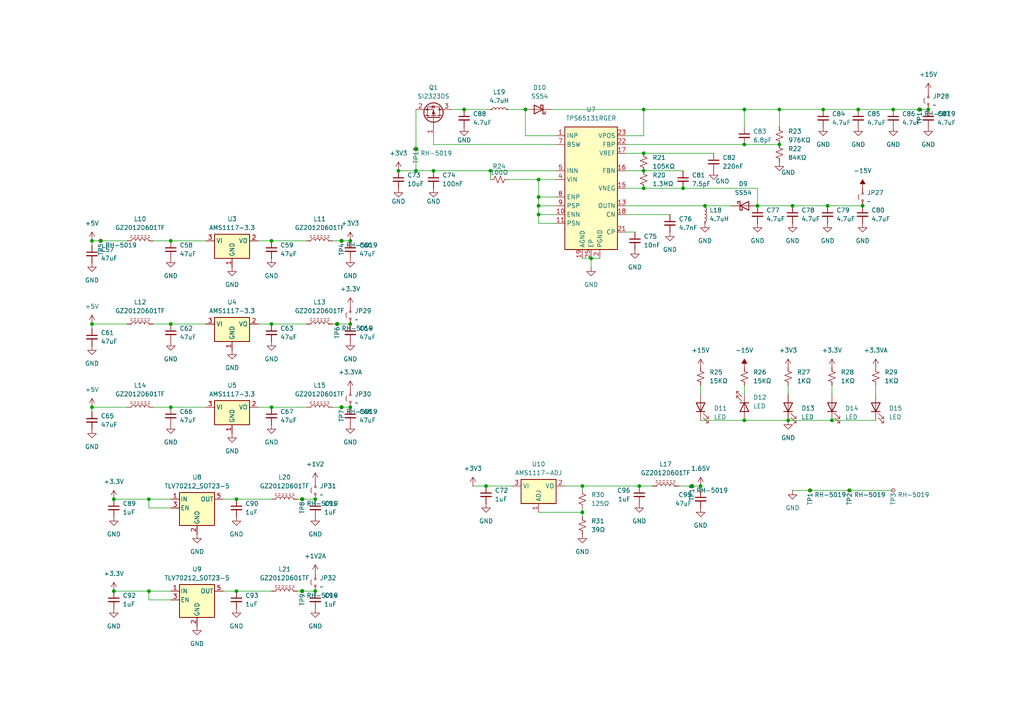
<source format=kicad_sch>
(kicad_sch (version 20231120) (generator "eeschema") (generator_version "8.0")
  (paper "A4")
  (junction (at 101.6 118.11))
  (junction (at 125.73 49.53))
  (junction (at 91.44 171.45))
  (junction (at 26.67 118.11))
  (junction (at 168.91 140.97))
  (junction (at 156.21 59.69))
  (junction (at 49.53 93.98))
  (junction (at 87.63 144.78))
  (junction (at 156.21 57.15))
  (junction (at 26.67 93.98))
  (junction (at 78.74 69.85))
  (junction (at 91.44 144.78))
  (junction (at 78.74 93.98))
  (junction (at 248.92 31.75))
  (junction (at 198.12 54.61))
  (junction (at 97.79 93.98))
  (junction (at 156.21 52.07))
  (junction (at 140.97 140.97))
  (junction (at 186.69 44.45))
  (junction (at 29.21 69.85))
  (junction (at 134.62 31.75))
  (junction (at 185.42 140.97))
  (junction (at 240.03 59.69))
  (junction (at 49.53 118.11))
  (junction (at 215.9 31.75))
  (junction (at 204.47 59.69))
  (junction (at 200.66 140.97))
  (junction (at 168.91 148.59))
  (junction (at 238.76 31.75))
  (junction (at 87.63 171.45))
  (junction (at 266.7 31.75))
  (junction (at 246.38 142.24))
  (junction (at 171.45 74.93))
  (junction (at 120.65 43.18))
  (junction (at 68.58 171.45))
  (junction (at 43.18 171.45))
  (junction (at 241.3 121.92))
  (junction (at 33.02 171.45))
  (junction (at 33.02 144.78))
  (junction (at 152.4 31.75))
  (junction (at 226.06 41.91))
  (junction (at 49.53 69.85))
  (junction (at 203.2 140.97))
  (junction (at 219.71 59.69))
  (junction (at 215.9 41.91))
  (junction (at 99.06 69.85))
  (junction (at 68.58 144.78))
  (junction (at 101.6 69.85))
  (junction (at 234.95 142.24))
  (junction (at 120.65 49.53))
  (junction (at 215.9 121.92))
  (junction (at 186.69 49.53))
  (junction (at 26.67 69.85))
  (junction (at 186.69 31.75))
  (junction (at 229.87 59.69))
  (junction (at 269.24 31.75))
  (junction (at 226.06 31.75))
  (junction (at 115.57 49.53))
  (junction (at 99.06 118.11))
  (junction (at 228.6 121.92))
  (junction (at 250.19 59.69))
  (junction (at 101.6 93.98))
  (junction (at 142.24 49.53))
  (junction (at 156.21 62.23))
  (junction (at 78.74 118.11))
  (junction (at 43.18 144.78))
  (junction (at 186.69 54.61))
  (junction (at 259.08 31.75))
  (wire (pts (xy 78.74 93.98) (xy 88.9 93.98)))
  (wire (pts (xy 74.93 69.85) (xy 78.74 69.85)))
  (wire (pts (xy 125.73 41.91) (xy 161.29 41.91)))
  (wire (pts (xy 254 111.76) (xy 254 114.3)))
  (wire (pts (xy 44.45 118.11) (xy 49.53 118.11)))
  (wire (pts (xy 74.93 118.11) (xy 78.74 118.11)))
  (wire (pts (xy 259.08 31.75) (xy 266.7 31.75)))
  (wire (pts (xy 226.06 31.75) (xy 238.76 31.75)))
  (wire (pts (xy 29.21 69.85) (xy 36.83 69.85)))
  (wire (pts (xy 168.91 148.59) (xy 168.91 147.32)))
  (wire (pts (xy 171.45 74.93) (xy 173.99 74.93)))
  (wire (pts (xy 200.66 140.97) (xy 196.85 140.97)))
  (wire (pts (xy 203.2 111.76) (xy 203.2 114.3)))
  (wire (pts (xy 78.74 118.11) (xy 88.9 118.11)))
  (wire (pts (xy 49.53 93.98) (xy 59.69 93.98)))
  (wire (pts (xy 266.7 31.75) (xy 269.24 31.75)))
  (wire (pts (xy 33.02 144.78) (xy 43.18 144.78)))
  (wire (pts (xy 43.18 173.99) (xy 49.53 173.99)))
  (wire (pts (xy 238.76 31.75) (xy 248.92 31.75)))
  (wire (pts (xy 203.2 121.92) (xy 215.9 121.92)))
  (wire (pts (xy 120.65 31.75) (xy 120.65 43.18)))
  (wire (pts (xy 87.63 171.45) (xy 91.44 171.45)))
  (wire (pts (xy 26.67 118.11) (xy 36.83 118.11)))
  (wire (pts (xy 240.03 59.69) (xy 250.19 59.69)))
  (wire (pts (xy 49.53 171.45) (xy 43.18 171.45)))
  (wire (pts (xy 161.29 59.69) (xy 156.21 59.69)))
  (wire (pts (xy 142.24 49.53) (xy 125.73 49.53)))
  (wire (pts (xy 219.71 59.69) (xy 219.71 54.61)))
  (wire (pts (xy 241.3 111.76) (xy 241.3 114.3)))
  (wire (pts (xy 125.73 49.53) (xy 120.65 49.53)))
  (wire (pts (xy 229.87 142.24) (xy 234.95 142.24)))
  (wire (pts (xy 215.9 111.76) (xy 215.9 114.3)))
  (wire (pts (xy 156.21 52.07) (xy 156.21 57.15)))
  (wire (pts (xy 228.6 111.76) (xy 228.6 114.3)))
  (wire (pts (xy 87.63 144.78) (xy 91.44 144.78)))
  (wire (pts (xy 198.12 54.61) (xy 186.69 54.61)))
  (wire (pts (xy 33.02 171.45) (xy 43.18 171.45)))
  (wire (pts (xy 147.32 31.75) (xy 152.4 31.75)))
  (wire (pts (xy 203.2 142.24) (xy 203.2 140.97)))
  (wire (pts (xy 26.67 69.85) (xy 29.21 69.85)))
  (wire (pts (xy 203.2 140.97) (xy 200.66 140.97)))
  (wire (pts (xy 161.29 64.77) (xy 156.21 64.77)))
  (wire (pts (xy 74.93 93.98) (xy 78.74 93.98)))
  (wire (pts (xy 26.67 93.98) (xy 36.83 93.98)))
  (wire (pts (xy 130.81 31.75) (xy 134.62 31.75)))
  (wire (pts (xy 96.52 118.11) (xy 99.06 118.11)))
  (wire (pts (xy 168.91 140.97) (xy 163.83 140.97)))
  (wire (pts (xy 78.74 69.85) (xy 88.9 69.85)))
  (wire (pts (xy 134.62 31.75) (xy 142.24 31.75)))
  (wire (pts (xy 152.4 39.37) (xy 152.4 31.75)))
  (wire (pts (xy 140.97 140.97) (xy 148.59 140.97)))
  (wire (pts (xy 181.61 39.37) (xy 186.69 39.37)))
  (wire (pts (xy 181.61 62.23) (xy 194.31 62.23)))
  (wire (pts (xy 43.18 171.45) (xy 43.18 173.99)))
  (wire (pts (xy 168.91 142.24) (xy 168.91 140.97)))
  (wire (pts (xy 204.47 59.69) (xy 212.09 59.69)))
  (wire (pts (xy 168.91 148.59) (xy 168.91 149.86)))
  (wire (pts (xy 86.36 144.78) (xy 87.63 144.78)))
  (wire (pts (xy 171.45 74.93) (xy 171.45 77.47)))
  (wire (pts (xy 26.67 71.12) (xy 26.67 69.85)))
  (wire (pts (xy 156.21 57.15) (xy 161.29 57.15)))
  (wire (pts (xy 219.71 54.61) (xy 198.12 54.61)))
  (wire (pts (xy 186.69 49.53) (xy 198.12 49.53)))
  (wire (pts (xy 161.29 39.37) (xy 152.4 39.37)))
  (wire (pts (xy 156.21 62.23) (xy 161.29 62.23)))
  (wire (pts (xy 26.67 119.38) (xy 26.67 118.11)))
  (wire (pts (xy 186.69 44.45) (xy 207.01 44.45)))
  (wire (pts (xy 44.45 93.98) (xy 49.53 93.98)))
  (wire (pts (xy 229.87 59.69) (xy 240.03 59.69)))
  (wire (pts (xy 96.52 93.98) (xy 97.79 93.98)))
  (wire (pts (xy 241.3 121.92) (xy 254 121.92)))
  (wire (pts (xy 43.18 144.78) (xy 43.18 147.32)))
  (wire (pts (xy 234.95 142.24) (xy 246.38 142.24)))
  (wire (pts (xy 215.9 41.91) (xy 226.06 41.91)))
  (wire (pts (xy 43.18 147.32) (xy 49.53 147.32)))
  (wire (pts (xy 168.91 140.97) (xy 185.42 140.97)))
  (wire (pts (xy 137.16 140.97) (xy 140.97 140.97)))
  (wire (pts (xy 168.91 74.93) (xy 171.45 74.93)))
  (wire (pts (xy 49.53 144.78) (xy 43.18 144.78)))
  (wire (pts (xy 181.61 59.69) (xy 204.47 59.69)))
  (wire (pts (xy 189.23 140.97) (xy 185.42 140.97)))
  (wire (pts (xy 125.73 39.37) (xy 125.73 41.91)))
  (wire (pts (xy 186.69 31.75) (xy 215.9 31.75)))
  (wire (pts (xy 120.65 49.53) (xy 115.57 49.53)))
  (wire (pts (xy 26.67 95.25) (xy 26.67 93.98)))
  (wire (pts (xy 44.45 69.85) (xy 49.53 69.85)))
  (wire (pts (xy 156.21 57.15) (xy 156.21 59.69)))
  (wire (pts (xy 226.06 31.75) (xy 226.06 36.83)))
  (wire (pts (xy 147.32 52.07) (xy 156.21 52.07)))
  (wire (pts (xy 120.65 43.18) (xy 120.65 49.53)))
  (wire (pts (xy 49.53 118.11) (xy 59.69 118.11)))
  (wire (pts (xy 186.69 39.37) (xy 186.69 31.75)))
  (wire (pts (xy 156.21 52.07) (xy 161.29 52.07)))
  (wire (pts (xy 248.92 31.75) (xy 259.08 31.75)))
  (wire (pts (xy 64.77 171.45) (xy 68.58 171.45)))
  (wire (pts (xy 68.58 144.78) (xy 78.74 144.78)))
  (wire (pts (xy 142.24 49.53) (xy 161.29 49.53)))
  (wire (pts (xy 181.61 44.45) (xy 186.69 44.45)))
  (wire (pts (xy 156.21 59.69) (xy 156.21 62.23)))
  (wire (pts (xy 97.79 93.98) (xy 101.6 93.98)))
  (wire (pts (xy 181.61 41.91) (xy 215.9 41.91)))
  (wire (pts (xy 215.9 31.75) (xy 226.06 31.75)))
  (wire (pts (xy 215.9 121.92) (xy 228.6 121.92)))
  (wire (pts (xy 96.52 69.85) (xy 99.06 69.85)))
  (wire (pts (xy 181.61 67.31) (xy 184.15 67.31)))
  (wire (pts (xy 142.24 52.07) (xy 142.24 49.53)))
  (wire (pts (xy 186.69 54.61) (xy 181.61 54.61)))
  (wire (pts (xy 156.21 148.59) (xy 168.91 148.59)))
  (wire (pts (xy 181.61 49.53) (xy 186.69 49.53)))
  (wire (pts (xy 99.06 69.85) (xy 101.6 69.85)))
  (wire (pts (xy 246.38 142.24) (xy 259.08 142.24)))
  (wire (pts (xy 86.36 171.45) (xy 87.63 171.45)))
  (wire (pts (xy 64.77 144.78) (xy 68.58 144.78)))
  (wire (pts (xy 215.9 36.83) (xy 215.9 31.75)))
  (wire (pts (xy 156.21 62.23) (xy 156.21 64.77)))
  (wire (pts (xy 219.71 59.69) (xy 229.87 59.69)))
  (wire (pts (xy 99.06 118.11) (xy 101.6 118.11)))
  (wire (pts (xy 160.02 31.75) (xy 186.69 31.75)))
  (wire (pts (xy 49.53 69.85) (xy 59.69 69.85)))
  (wire (pts (xy 228.6 121.92) (xy 241.3 121.92)))
  (wire (pts (xy 68.58 171.45) (xy 78.74 171.45)))
  (symbol (lib_id "power:GND") (at 248.92 36.83 0) (unit 1)
    (property "Reference" "#PWR0157" (effects (hide yes)))
    (property "Value" "GND" (at 248.92 41.91 0))
    (property "Description" "Power symbol creates a global label with name \"GND\" , ground" (effects (hide yes)))
  )
  (symbol (lib_id "power:GND") (at 204.47 64.77 0) (unit 1)
    (property "Reference" "#PWR0148" (effects (hide yes)))
    (property "Value" "GND" (at 204.47 69.85 0))
    (property "Description" "Power symbol creates a global label with name \"GND\" , ground" (effects (hide yes)))
  )
  (symbol (lib_id "Device:Q_PMOS_GSD") (at 125.73 34.29 270) (mirror x) (unit 1)
    (property "Reference" "Q1" (at 125.73 25.4 90))
    (property "Value" "SI2323DS" (at 125.73 27.94 90))
    (property "Footprint" "Package_TO_SOT_SMD:SOT-23-3" (effects (hide yes)))
    (property "Description" "P-MOSFET transistor, gate/source/drain" (effects (hide yes)))
    (property "JLCPCB Part No #" "C5182044" (effects (hide yes)))
  )
  (symbol (lib_id "power:GND") (at 78.74 74.93 0) (unit 1)
    (property "Reference" "#PWR0121" (effects (hide yes)))
    (property "Value" "GND" (at 78.74 80.01 0))
    (property "Description" "Power symbol creates a global label with name \"GND\" , ground" (effects (hide yes)))
  )
  (symbol (lib_id "power:+15V") (at 269.24 26.67 0) (unit 1)
    (property "Reference" "#PWR0159" (effects (hide yes)))
    (property "Value" "+15V" (at 269.24 21.59 0))
    (property "Description" "Power symbol creates a global label with name \"+15V\"" (effects (hide yes)))
  )
  (symbol (lib_id "power:GND") (at 115.57 54.61 0) (unit 1)
    (property "Reference" "#PWR0163" (effects (hide yes)))
    (property "Value" "GND" (at 115.57 58.42 0))
    (property "Description" "Power symbol creates a global label with name \"GND\" , ground" (effects (hide yes)))
  )
  (symbol (lib_id "Device:C_Small") (at 240.03 62.23 0) (unit 1)
    (property "Reference" "C79" (at 242.57 60.9662 0) (effects (justify left)))
    (property "Value" "4.7uF" (at 242.57 63.5062 0) (effects (justify left)))
    (property "Footprint" "Capacitor_SMD:C_0805_2012Metric" (effects (hide yes)))
    (property "Description" "Unpolarized capacitor, small symbol" (effects (hide yes)))
    (property "JLCPCB Part No #" "C1779" (effects (hide yes)))
  )
  (symbol (lib_id "Device:R_Small_US") (at 186.69 46.99 0) (unit 1)
    (property "Reference" "R21" (at 189.23 45.7199 0) (effects (justify left)))
    (property "Value" "105KΩ" (at 189.23 48.2599 0) (effects (justify left)))
    (property "Footprint" "Resistor_SMD:R_0805_2012Metric" (effects (hide yes)))
    (property "Description" "Resistor, small US symbol" (effects (hide yes)))
    (property "JLCPCB Part No #" "C17410" (effects (hide yes)))
  )
  (symbol (lib_id "Connector:TestPoint_Small") (at 99.06 69.85 180) (unit 1)
    (property "Reference" "TP4" (at 99.06 74.168 90) (effects (justify right)))
    (property "Value" "RH-5019" (at 100.33 71.12 0) (effects (justify right)))
    (property "Footprint" "TestPoint:TestPoint_Keystone_5019_Minature" (effects (hide yes)))
    (property "Description" "test point" (effects (hide yes)))
    (property "JLCPCB Part No #" "C5199800" (effects (hide yes)))
  )
  (symbol (lib_id "Device:R_Small_US") (at 203.2 109.22 0) (unit 1)
    (property "Reference" "R25" (at 205.74 107.9499 0) (effects (justify left)))
    (property "Value" "15KΩ" (at 205.74 110.4899 0) (effects (justify left)))
    (property "Footprint" "Resistor_SMD:R_0805_2012Metric" (effects (hide yes)))
    (property "Description" "Resistor, small US symbol" (effects (hide yes)))
    (property "JLCPCB Part No #" "C17475" (effects (hide yes)))
  )
  (symbol (lib_id "power:+3V3") (at 101.6 69.85 0) (unit 1)
    (property "Reference" "#PWR0123" (effects (hide yes)))
    (property "Value" "+3V3" (at 101.6 64.77 0))
    (property "Description" "Power symbol creates a global label with name \"+3V3\"" (effects (hide yes)))
  )
  (symbol (lib_id "power:GND") (at 26.67 124.46 0) (unit 1)
    (property "Reference" "#PWR0132" (effects (hide yes)))
    (property "Value" "GND" (at 26.67 129.54 0))
    (property "Description" "Power symbol creates a global label with name \"GND\" , ground" (effects (hide yes)))
  )
  (symbol (lib_id "power:+5V") (at 26.67 69.85 0) (unit 1)
    (property "Reference" "#PWR0117" (effects (hide yes)))
    (property "Value" "+5V" (at 26.67 64.77 0))
    (property "Description" "Power symbol creates a global label with name \"+5V\"" (effects (hide yes)))
  )
  (symbol (lib_id "Regulator_Switching:TPS65131RGE") (at 171.45 54.61 0) (unit 1)
    (property "Reference" "U7" (at 171.45 31.75 0))
    (property "Value" "TPS65131RGER" (at 171.45 34.29 0))
    (property "Footprint" "Package_DFN_QFN:VQFN-24-1EP_4x4mm_P0.5mm_EP2.45x2.45mm_ThermalVias" (effects (hide yes)))
    (property "Datasheet" "http://www.ti.com/lit/ds/symlink/tps65130.pdf" (effects (hide yes)))
    (property "Description" "Split-Rail Converter with Dual, Positive and Negative Outputs (750mA typ, Switch Current Limit 1950mA typ),), 2.7-5.5V, VQFN-24" (effects (hide yes)))
    (property "JLCPCB Part No #" "C87663" (effects (hide yes)))
  )
  (symbol (lib_id "Device:R_Small_US") (at 226.06 44.45 0) (unit 1)
    (property "Reference" "R22" (at 228.6 43.1799 0) (effects (justify left)))
    (property "Value" "84KΩ" (at 228.6 45.7199 0) (effects (justify left)))
    (property "Footprint" "Resistor_SMD:R_0603_1608Metric" (effects (hide yes)))
    (property "Description" "Resistor, small US symbol" (effects (hide yes)))
    (property "JLCPCB Part No #" "C706010" (effects (hide yes)))
  )
  (symbol (lib_id "Device:R_Small_US") (at 241.3 109.22 0) (unit 1)
    (property "Reference" "R28" (at 243.84 107.9499 0) (effects (justify left)))
    (property "Value" "1KΩ" (at 243.84 110.4899 0) (effects (justify left)))
    (property "Footprint" "Resistor_SMD:R_0805_2012Metric" (effects (hide yes)))
    (property "Description" "Resistor, small US symbol" (effects (hide yes)))
    (property "JLCPCB Part No #" "C17513" (effects (hide yes)))
  )
  (symbol (lib_id "power:GND") (at 101.6 123.19 0) (unit 1)
    (property "Reference" "#PWR0137" (effects (hide yes)))
    (property "Value" "GND" (at 101.6 128.27 0))
    (property "Description" "Power symbol creates a global label with name \"GND\" , ground" (effects (hide yes)))
  )
  (symbol (lib_id "power:+3V3") (at 115.57 49.53 0) (unit 1)
    (property "Reference" "#PWR0162" (effects (hide yes)))
    (property "Value" "+3V3" (at 115.57 44.45 0))
    (property "Description" "Power symbol creates a global label with name \"+3V3\"" (effects (hide yes)))
  )
  (symbol (lib_id "power:+3V3") (at 137.16 140.97 0) (unit 1)
    (property "Reference" "#PWR0180" (effects (hide yes)))
    (property "Value" "+3V3" (at 137.16 135.89 0))
    (property "Description" "Power symbol creates a global label with name \"+3V3\"" (effects (hide yes)))
  )
  (symbol (lib_id "Device:C_Small") (at 250.19 62.23 0) (unit 1)
    (property "Reference" "C80" (at 252.73 60.9662 0) (effects (justify left)))
    (property "Value" "4.7uF" (at 252.73 63.5062 0) (effects (justify left)))
    (property "Footprint" "Capacitor_SMD:C_0805_2012Metric" (effects (hide yes)))
    (property "Description" "Unpolarized capacitor, small symbol" (effects (hide yes)))
    (property "JLCPCB Part No #" "C1779" (effects (hide yes)))
  )
  (symbol (lib_id "Device:C_Small") (at 134.62 34.29 0) (unit 1)
    (property "Reference" "C88" (at 137.16 33.0262 0) (effects (justify left)))
    (property "Value" "4.7uF" (at 137.16 35.5662 0) (effects (justify left)))
    (property "Footprint" "Capacitor_SMD:C_0805_2012Metric" (effects (hide yes)))
    (property "Description" "Unpolarized capacitor, small symbol" (effects (hide yes)))
    (property "JLCPCB Part No #" "C1779" (effects (hide yes)))
  )
  (symbol (lib_id "Jumper:Jumper_2_Small_Open") (at 269.24 29.21 90) (unit 1) (exclude_from_sim yes)
    (property "Reference" "JP28" (at 270.51 27.9399 90) (effects (justify right)))
    (property "Value" "~" (at 270.51 30.4799 90) (effects (justify right)))
    (property "Footprint" "Jumper:SolderJumper-2_P1.3mm_Open_RoundedPad1.0x1.5mm" (effects (hide yes)))
    (property "Description" "Jumper, 2-pole, small symbol, open" (effects (hide yes)))
  )
  (symbol (lib_id "Device:R_Small_US") (at 168.91 152.4 0) (unit 1)
    (property "Reference" "R31" (at 171.45 151.1299 0) (effects (justify left)))
    (property "Value" "39Ω" (at 171.45 153.6699 0) (effects (justify left)))
    (property "Footprint" "Resistor_SMD:R_0805_2012Metric" (effects (hide yes)))
    (property "Description" "Resistor, small US symbol" (effects (hide yes)))
    (property "JLCPCB Part No #" "C137534" (effects (hide yes)))
  )
  (symbol (lib_id "power:+3.3VA") (at 101.6 113.03 0) (unit 1)
    (property "Reference" "#PWR0136" (effects (hide yes)))
    (property "Value" "+3.3VA" (at 101.6 107.95 0))
    (property "Description" "Power symbol creates a global label with name \"+3.3VA\"" (effects (hide yes)))
  )
  (symbol (lib_id "power:GND") (at 68.58 176.53 0) (unit 1)
    (property "Reference" "#PWR0171" (effects (hide yes)))
    (property "Value" "GND" (at 68.58 181.61 0))
    (property "Description" "Power symbol creates a global label with name \"GND\" , ground" (effects (hide yes)))
  )
  (symbol (lib_id "power:GND") (at 134.62 36.83 0) (unit 1)
    (property "Reference" "#PWR0161" (effects (hide yes)))
    (property "Value" "GND" (at 134.62 40.64 0))
    (property "Description" "Power symbol creates a global label with name \"GND\" , ground" (effects (hide yes)))
  )
  (symbol (lib_id "Device:C_Small") (at 198.12 52.07 0) (unit 1)
    (property "Reference" "C81" (at 200.66 50.8062 0) (effects (justify left)))
    (property "Value" "7.5pF" (at 200.66 53.3462 0) (effects (justify left)))
    (property "Footprint" "Capacitor_SMD:C_0805_2012Metric" (effects (hide yes)))
    (property "Description" "Unpolarized capacitor, small symbol" (effects (hide yes)))
    (property "JLCPCB Part No #" "C519943" (effects (hide yes)))
  )
  (symbol (lib_id "Device:C_Small") (at 203.2 144.78 0) (mirror y) (unit 1)
    (property "Reference" "C95" (at 200.66 143.5162 0) (effects (justify left)))
    (property "Value" "47uF" (at 200.66 146.0562 0) (effects (justify left)))
    (property "Footprint" "Capacitor_SMD:C_0805_2012Metric" (effects (hide yes)))
    (property "Description" "Unpolarized capacitor, small symbol" (effects (hide yes)))
    (property "JLCPCB Part No #" "C16780" (effects (hide yes)))
  )
  (symbol (lib_id "Device:C_Small") (at 269.24 34.29 0) (unit 1)
    (property "Reference" "C87" (at 271.78 33.0262 0) (effects (justify left)))
    (property "Value" "4.7uF" (at 271.78 35.5662 0) (effects (justify left)))
    (property "Footprint" "Capacitor_SMD:C_0805_2012Metric" (effects (hide yes)))
    (property "Description" "Unpolarized capacitor, small symbol" (effects (hide yes)))
    (property "JLCPCB Part No #" "C1779" (effects (hide yes)))
  )
  (symbol (lib_id "Connector:TestPoint_Small") (at 87.63 171.45 180) (unit 1)
    (property "Reference" "TP9" (at 87.63 175.768 90) (effects (justify right)))
    (property "Value" "RH-5019" (at 88.9 172.72 0) (effects (justify right)))
    (property "Footprint" "TestPoint:TestPoint_Keystone_5019_Minature" (effects (hide yes)))
    (property "Description" "test point" (effects (hide yes)))
    (property "JLCPCB Part No #" "C5199800" (effects (hide yes)))
  )
  (symbol (lib_id "power:GND") (at 219.71 64.77 0) (unit 1)
    (property "Reference" "#PWR0149" (effects (hide yes)))
    (property "Value" "GND" (at 219.71 69.85 0))
    (property "Description" "Power symbol creates a global label with name \"GND\" , ground" (effects (hide yes)))
  )
  (symbol (lib_id "Connector:TestPoint_Small") (at 266.7 31.75 180) (unit 1)
    (property "Reference" "TP11" (at 266.7 36.068 90) (effects (justify right)))
    (property "Value" "RH-5019" (at 267.97 33.02 0) (effects (justify right)))
    (property "Footprint" "TestPoint:TestPoint_Keystone_5019_Minature" (effects (hide yes)))
    (property "Description" "test point" (effects (hide yes)))
    (property "JLCPCB Part No #" "C5199800" (effects (hide yes)))
  )
  (symbol (lib_id "Connector:TestPoint_Small") (at 99.06 118.11 180) (unit 1)
    (property "Reference" "TP7" (at 99.06 122.428 90) (effects (justify right)))
    (property "Value" "RH-5019" (at 100.33 119.38 0) (effects (justify right)))
    (property "Footprint" "TestPoint:TestPoint_Keystone_5019_Minature" (effects (hide yes)))
    (property "Description" "test point" (effects (hide yes)))
    (property "JLCPCB Part No #" "C5199800" (effects (hide yes)))
  )
  (symbol (lib_id "Device:LED") (at 254 118.11 90) (unit 1)
    (property "Reference" "D15" (at 257.81 118.4274 90) (effects (justify right)))
    (property "Value" "LED" (at 257.81 120.9674 90) (effects (justify right)))
    (property "Footprint" "LED_SMD:LED_0805_2012Metric" (effects (hide yes)))
    (property "Description" "Light emitting diode" (effects (hide yes)))
    (property "JLCPCB Part No #" "C2297" (effects (hide yes)))
  )
  (symbol (lib_id "Device:C_Small") (at 140.97 143.51 0) (unit 1)
    (property "Reference" "C72" (at 143.51 142.2462 0) (effects (justify left)))
    (property "Value" "1uF" (at 143.51 144.7862 0) (effects (justify left)))
    (property "Footprint" "Capacitor_SMD:C_0805_2012Metric" (effects (hide yes)))
    (property "Description" "Unpolarized capacitor, small symbol" (effects (hide yes)))
    (property "JLCPCB Part No #" "C28323" (effects (hide yes)))
  )
  (symbol (lib_id "Jumper:Jumper_2_Small_Open") (at 91.44 142.24 90) (unit 1) (exclude_from_sim yes)
    (property "Reference" "JP31" (at 92.71 140.9699 90) (effects (justify right)))
    (property "Value" "~" (at 92.71 143.5099 90) (effects (justify right)))
    (property "Footprint" "Jumper:SolderJumper-2_P1.3mm_Open_RoundedPad1.0x1.5mm" (effects (hide yes)))
    (property "Description" "Jumper, 2-pole, small symbol, open" (effects (hide yes)))
  )
  (symbol (lib_id "Device:L_Ferrite") (at 193.04 140.97 270) (mirror x) (unit 1)
    (property "Reference" "L17" (at 193.04 134.62 90))
    (property "Value" "GZ2012D601TF" (at 193.04 137.16 90))
    (property "Footprint" "Inductor_SMD:L_0805_2012Metric" (effects (hide yes)))
    (property "Description" "Inductor with ferrite core" (effects (hide yes)))
    (property "JLCPCB Part No #" "C1017" (effects (hide yes)))
  )
  (symbol (lib_id "Regulator_Linear:TLV70212_SOT23-5") (at 57.15 173.99 0) (unit 1)
    (property "Reference" "U9" (at 57.15 165.1 0))
    (property "Value" "TLV70212_SOT23-5" (at 57.15 167.64 0))
    (property "Footprint" "Package_TO_SOT_SMD:SOT-23-5" (effects (hide yes)))
    (property "Datasheet" "http://www.ti.com/lit/ds/symlink/tlv702.pdf" (effects (hide yes)))
    (property "Description" "300mA Low Dropout Voltage Regulator, Fixed Output 1.2V, SOT-23-5" (effects (hide yes)))
    (property "JLCPCB Part No #" "C81462" (effects (hide yes)))
  )
  (symbol (lib_id "power:+1V2") (at 91.44 166.37 0) (unit 1)
    (property "Reference" "#PWR0139" (effects (hide yes)))
    (property "Value" "+1V2A" (at 91.44 161.29 0))
    (property "Description" "Power symbol creates a global label with name \"+1V2\"" (effects (hide yes)))
  )
  (symbol (lib_id "Connector:TestPoint_Small") (at 87.63 144.78 180) (unit 1)
    (property "Reference" "TP8" (at 87.63 149.098 90) (effects (justify right)))
    (property "Value" "RH-5019" (at 88.9 146.05 0) (effects (justify right)))
    (property "Footprint" "TestPoint:TestPoint_Keystone_5019_Minature" (effects (hide yes)))
    (property "Description" "test point" (effects (hide yes)))
    (property "JLCPCB Part No #" "C5199800" (effects (hide yes)))
  )
  (symbol (lib_id "power:GND") (at 26.67 100.33 0) (unit 1)
    (property "Reference" "#PWR0125" (effects (hide yes)))
    (property "Value" "GND" (at 26.67 105.41 0))
    (property "Description" "Power symbol creates a global label with name \"GND\" , ground" (effects (hide yes)))
  )
  (symbol (lib_id "Device:C_Small") (at 101.6 120.65 0) (unit 1)
    (property "Reference" "C68" (at 104.14 119.3862 0) (effects (justify left)))
    (property "Value" "47uF" (at 104.14 121.9262 0) (effects (justify left)))
    (property "Footprint" "Capacitor_SMD:C_0805_2012Metric" (effects (hide yes)))
    (property "Description" "Unpolarized capacitor, small symbol" (effects (hide yes)))
    (property "JLCPCB Part No #" "C16780" (effects (hide yes)))
  )
  (symbol (lib_id "Device:C_Small") (at 238.76 34.29 0) (unit 1)
    (property "Reference" "C84" (at 241.3 33.0262 0) (effects (justify left)))
    (property "Value" "4.7uF" (at 241.3 35.5662 0) (effects (justify left)))
    (property "Footprint" "Capacitor_SMD:C_0805_2012Metric" (effects (hide yes)))
    (property "Description" "Unpolarized capacitor, small symbol" (effects (hide yes)))
    (property "JLCPCB Part No #" "C1779" (effects (hide yes)))
  )
  (symbol (lib_id "power:GND") (at 26.67 76.2 0) (unit 1)
    (property "Reference" "#PWR0118" (effects (hide yes)))
    (property "Value" "GND" (at 26.67 81.28 0))
    (property "Description" "Power symbol creates a global label with name \"GND\" , ground" (effects (hide yes)))
  )
  (symbol (lib_id "power:GND") (at 101.6 74.93 0) (unit 1)
    (property "Reference" "#PWR0122" (effects (hide yes)))
    (property "Value" "GND" (at 101.6 80.01 0))
    (property "Description" "Power symbol creates a global label with name \"GND\" , ground" (effects (hide yes)))
  )
  (symbol (lib_id "power:GND") (at 33.02 176.53 0) (unit 1)
    (property "Reference" "#PWR0168" (effects (hide yes)))
    (property "Value" "GND" (at 33.02 181.61 0))
    (property "Description" "Power symbol creates a global label with name \"GND\" , ground" (effects (hide yes)))
  )
  (symbol (lib_id "Device:C_Small") (at 78.74 120.65 0) (unit 1)
    (property "Reference" "C67" (at 81.28 119.3862 0) (effects (justify left)))
    (property "Value" "47uF" (at 81.28 121.9262 0) (effects (justify left)))
    (property "Footprint" "Capacitor_SMD:C_0805_2012Metric" (effects (hide yes)))
    (property "Description" "Unpolarized capacitor, small symbol" (effects (hide yes)))
    (property "JLCPCB Part No #" "C16780" (effects (hide yes)))
  )
  (symbol (lib_id "Device:C_Small") (at 185.42 143.51 0) (mirror y) (unit 1)
    (property "Reference" "C96" (at 182.88 142.2462 0) (effects (justify left)))
    (property "Value" "1uF" (at 182.88 144.7862 0) (effects (justify left)))
    (property "Footprint" "Capacitor_SMD:C_0805_2012Metric" (effects (hide yes)))
    (property "Description" "Unpolarized capacitor, small symbol" (effects (hide yes)))
    (property "JLCPCB Part No #" "C28323" (effects (hide yes)))
  )
  (symbol (lib_id "power:GND") (at 78.74 99.06 0) (unit 1)
    (property "Reference" "#PWR0128" (effects (hide yes)))
    (property "Value" "GND" (at 78.74 104.14 0))
    (property "Description" "Power symbol creates a global label with name \"GND\" , ground" (effects (hide yes)))
  )
  (symbol (lib_id "power:GND") (at 67.31 125.73 0) (unit 1)
    (property "Reference" "#PWR0134" (effects (hide yes)))
    (property "Value" "GND" (at 67.31 130.81 0))
    (property "Description" "Power symbol creates a global label with name \"GND\" , ground" (effects (hide yes)))
  )
  (symbol (lib_id "Jumper:Jumper_2_Small_Open") (at 101.6 91.44 90) (unit 1) (exclude_from_sim yes)
    (property "Reference" "JP29" (at 102.87 90.1699 90) (effects (justify right)))
    (property "Value" "~" (at 102.87 92.7099 90) (effects (justify right)))
    (property "Footprint" "Jumper:SolderJumper-2_P1.3mm_Open_RoundedPad1.0x1.5mm" (effects (hide yes)))
    (property "Description" "Jumper, 2-pole, small symbol, open" (effects (hide yes)))
  )
  (symbol (lib_id "power:GND") (at 171.45 77.47 0) (unit 1)
    (property "Reference" "#PWR0145" (effects (hide yes)))
    (property "Value" "GND" (at 171.45 82.55 0))
    (property "Description" "Power symbol creates a global label with name \"GND\" , ground" (effects (hide yes)))
  )
  (symbol (lib_id "power:+3V3") (at 228.6 106.68 0) (unit 1)
    (property "Reference" "#PWR0143" (effects (hide yes)))
    (property "Value" "+3V3" (at 228.6 101.6 0))
    (property "Description" "Power symbol creates a global label with name \"+3V3\"" (effects (hide yes)))
  )
  (symbol (lib_id "power:GND") (at 67.31 101.6 0) (unit 1)
    (property "Reference" "#PWR0127" (effects (hide yes)))
    (property "Value" "GND" (at 67.31 106.68 0))
    (property "Description" "Power symbol creates a global label with name \"GND\" , ground" (effects (hide yes)))
  )
  (symbol (lib_id "Device:C_Small") (at 229.87 62.23 0) (unit 1)
    (property "Reference" "C78" (at 232.41 60.9662 0) (effects (justify left)))
    (property "Value" "4.7uF" (at 232.41 63.5062 0) (effects (justify left)))
    (property "Footprint" "Capacitor_SMD:C_0805_2012Metric" (effects (hide yes)))
    (property "Description" "Unpolarized capacitor, small symbol" (effects (hide yes)))
    (property "JLCPCB Part No #" "C1779" (effects (hide yes)))
  )
  (symbol (lib_id "power:GND") (at 67.31 77.47 0) (unit 1)
    (property "Reference" "#PWR0120" (effects (hide yes)))
    (property "Value" "GND" (at 67.31 82.55 0))
    (property "Description" "Power symbol creates a global label with name \"GND\" , ground" (effects (hide yes)))
  )
  (symbol (lib_id "Jumper:Jumper_2_Small_Open") (at 250.19 57.15 90) (unit 1) (exclude_from_sim yes)
    (property "Reference" "JP27" (at 251.46 55.8799 90) (effects (justify right)))
    (property "Value" "~" (at 251.46 58.4199 90) (effects (justify right)))
    (property "Footprint" "Jumper:SolderJumper-2_P1.3mm_Open_RoundedPad1.0x1.5mm" (effects (hide yes)))
    (property "Description" "Jumper, 2-pole, small symbol, open" (effects (hide yes)))
  )
  (symbol (lib_id "power:GND") (at 250.19 64.77 0) (unit 1)
    (property "Reference" "#PWR0152" (effects (hide yes)))
    (property "Value" "GND" (at 250.19 69.85 0))
    (property "Description" "Power symbol creates a global label with name \"GND\" , ground" (effects (hide yes)))
  )
  (symbol (lib_id "Device:C_Small") (at 101.6 96.52 0) (unit 1)
    (property "Reference" "C64" (at 104.14 95.2562 0) (effects (justify left)))
    (property "Value" "47uF" (at 104.14 97.7962 0) (effects (justify left)))
    (property "Footprint" "Capacitor_SMD:C_0805_2012Metric" (effects (hide yes)))
    (property "Description" "Unpolarized capacitor, small symbol" (effects (hide yes)))
    (property "JLCPCB Part No #" "C16780" (effects (hide yes)))
  )
  (symbol (lib_id "Device:C_Small") (at 26.67 73.66 0) (unit 1)
    (property "Reference" "C57" (at 29.21 72.3962 0) (effects (justify left)))
    (property "Value" "47uF" (at 29.21 74.9362 0) (effects (justify left)))
    (property "Footprint" "Capacitor_SMD:C_0805_2012Metric" (effects (hide yes)))
    (property "Description" "Unpolarized capacitor, small symbol" (effects (hide yes)))
    (property "JLCPCB Part No #" "C16780" (effects (hide yes)))
  )
  (symbol (lib_id "Device:C_Small") (at 125.73 52.07 0) (unit 1)
    (property "Reference" "C74" (at 128.27 50.8062 0) (effects (justify left)))
    (property "Value" "100nF" (at 128.27 53.3462 0) (effects (justify left)))
    (property "Footprint" "Capacitor_SMD:C_0805_2012Metric" (effects (hide yes)))
    (property "Description" "Unpolarized capacitor, small symbol" (effects (hide yes)))
    (property "JLCPCB Part No #" "C28233" (effects (hide yes)))
  )
  (symbol (lib_id "Device:R_Small_US") (at 144.78 52.07 90) (unit 1)
    (property "Reference" "R24" (at 144.78 48.26 90))
    (property "Value" "100Ω" (at 144.78 50.038 90))
    (property "Footprint" "Resistor_SMD:R_0805_2012Metric" (effects (hide yes)))
    (property "Description" "Resistor, small US symbol" (effects (hide yes)))
    (property "JLCPCB Part No #" "C17408" (effects (hide yes)))
  )
  (symbol (lib_id "Regulator_Linear:AMS1117-3.3") (at 67.31 118.11 0) (unit 1)
    (property "Reference" "U5" (at 67.31 111.76 0))
    (property "Value" "AMS1117-3.3" (at 67.31 114.3 0))
    (property "Footprint" "Package_TO_SOT_SMD:SOT-223-3_TabPin2" (effects (hide yes)))
    (property "Datasheet" "http://www.advanced-monolithic.com/pdf/ds1117.pdf" (effects (hide yes)))
    (property "Description" "1A Low Dropout regulator, positive, 3.3V fixed output, SOT-223" (effects (hide yes)))
    (property "JLCPCB Part No #" "C6186" (effects (hide yes)))
  )
  (symbol (lib_id "Device:L_Ferrite") (at 92.71 118.11 90) (unit 1)
    (property "Reference" "L15" (at 92.71 111.76 90))
    (property "Value" "GZ2012D601TF" (at 92.71 114.3 90))
    (property "Footprint" "Inductor_SMD:L_0805_2012Metric" (effects (hide yes)))
    (property "Description" "Inductor with ferrite core" (effects (hide yes)))
    (property "JLCPCB Part No #" "C1017" (effects (hide yes)))
  )
  (symbol (lib_id "power:+3.3V") (at 101.6 88.9 0) (unit 1)
    (property "Reference" "#PWR0129" (effects (hide yes)))
    (property "Value" "+3.3V" (at 101.6 83.82 0))
    (property "Description" "Power symbol creates a global label with name \"+3.3V\"" (effects (hide yes)))
  )
  (symbol (lib_id "Device:C_Small") (at 78.74 96.52 0) (unit 1)
    (property "Reference" "C63" (at 81.28 95.2562 0) (effects (justify left)))
    (property "Value" "47uF" (at 81.28 97.7962 0) (effects (justify left)))
    (property "Footprint" "Capacitor_SMD:C_0805_2012Metric" (effects (hide yes)))
    (property "Description" "Unpolarized capacitor, small symbol" (effects (hide yes)))
    (property "JLCPCB Part No #" "C16780" (effects (hide yes)))
  )
  (symbol (lib_id "Device:R_Small_US") (at 186.69 52.07 0) (unit 1)
    (property "Reference" "R20" (at 189.23 50.7999 0) (effects (justify left)))
    (property "Value" "1.3MΩ" (at 189.23 53.3399 0) (effects (justify left)))
    (property "Footprint" "Resistor_SMD:R_0805_2012Metric" (effects (hide yes)))
    (property "Description" "Resistor, small US symbol" (effects (hide yes)))
    (property "JLCPCB Part No #" "C413341" (effects (hide yes)))
  )
  (symbol (lib_id "power:GND") (at 238.76 36.83 0) (unit 1)
    (property "Reference" "#PWR0156" (effects (hide yes)))
    (property "Value" "GND" (at 238.76 41.91 0))
    (property "Description" "Power symbol creates a global label with name \"GND\" , ground" (effects (hide yes)))
  )
  (symbol (lib_id "power:GND") (at 259.08 36.83 0) (unit 1)
    (property "Reference" "#PWR0158" (effects (hide yes)))
    (property "Value" "GND" (at 259.08 41.91 0))
    (property "Description" "Power symbol creates a global label with name \"GND\" , ground" (effects (hide yes)))
  )
  (symbol (lib_id "power:-15V") (at 250.19 54.61 0) (unit 1)
    (property "Reference" "#PWR0153" (effects (hide yes)))
    (property "Value" "-15V" (at 250.19 49.53 0))
    (property "Description" "Power symbol creates a global label with name \"-15V\"" (effects (hide yes)))
  )
  (symbol (lib_id "power:+3.3V") (at 33.02 171.45 0) (unit 1)
    (property "Reference" "#PWR0179" (effects (hide yes)))
    (property "Value" "+3.3V" (at 33.02 166.37 0))
    (property "Description" "Power symbol creates a global label with name \"+3.3V\"" (effects (hide yes)))
  )
  (symbol (lib_id "Device:C_Small") (at 49.53 72.39 0) (unit 1)
    (property "Reference" "C58" (at 52.07 71.1262 0) (effects (justify left)))
    (property "Value" "47uF" (at 52.07 73.6662 0) (effects (justify left)))
    (property "Footprint" "Capacitor_SMD:C_0805_2012Metric" (effects (hide yes)))
    (property "Description" "Unpolarized capacitor, small symbol" (effects (hide yes)))
    (property "JLCPCB Part No #" "C16780" (effects (hide yes)))
  )
  (symbol (lib_id "Device:L_Ferrite") (at 92.71 93.98 90) (unit 1)
    (property "Reference" "L13" (at 92.71 87.63 90))
    (property "Value" "GZ2012D601TF" (at 92.71 90.17 90))
    (property "Footprint" "Inductor_SMD:L_0805_2012Metric" (effects (hide yes)))
    (property "Description" "Inductor with ferrite core" (effects (hide yes)))
    (property "JLCPCB Part No #" "C1017" (effects (hide yes)))
  )
  (symbol (lib_id "Device:LED") (at 228.6 118.11 90) (unit 1)
    (property "Reference" "D13" (at 232.41 118.4274 90) (effects (justify right)))
    (property "Value" "LED" (at 232.41 120.9674 90) (effects (justify right)))
    (property "Footprint" "LED_SMD:LED_0805_2012Metric" (effects (hide yes)))
    (property "Description" "Light emitting diode" (effects (hide yes)))
    (property "JLCPCB Part No #" "C2297" (effects (hide yes)))
  )
  (symbol (lib_id "Device:R_Small_US") (at 228.6 109.22 0) (unit 1)
    (property "Reference" "R27" (at 231.14 107.9499 0) (effects (justify left)))
    (property "Value" "1KΩ" (at 231.14 110.4899 0) (effects (justify left)))
    (property "Footprint" "Resistor_SMD:R_0805_2012Metric" (effects (hide yes)))
    (property "Description" "Resistor, small US symbol" (effects (hide yes)))
    (property "JLCPCB Part No #" "C17513" (effects (hide yes)))
  )
  (symbol (lib_id "power:+5V") (at 26.67 93.98 0) (unit 1)
    (property "Reference" "#PWR0124" (effects (hide yes)))
    (property "Value" "+5V" (at 26.67 88.9 0))
    (property "Description" "Power symbol creates a global label with name \"+5V\"" (effects (hide yes)))
  )
  (symbol (lib_id "power:+15V") (at 203.2 106.68 0) (unit 1)
    (property "Reference" "#PWR0141" (effects (hide yes)))
    (property "Value" "+15V" (at 203.2 101.6 0))
    (property "Description" "Power symbol creates a global label with name \"+15V\"" (effects (hide yes)))
  )
  (symbol (lib_id "Device:C_Small") (at 26.67 97.79 0) (unit 1)
    (property "Reference" "C61" (at 29.21 96.5262 0) (effects (justify left)))
    (property "Value" "47uF" (at 29.21 99.0662 0) (effects (justify left)))
    (property "Footprint" "Capacitor_SMD:C_0805_2012Metric" (effects (hide yes)))
    (property "Description" "Unpolarized capacitor, small symbol" (effects (hide yes)))
    (property "JLCPCB Part No #" "C16780" (effects (hide yes)))
  )
  (symbol (lib_id "Device:L_Ferrite") (at 82.55 144.78 90) (unit 1)
    (property "Reference" "L20" (at 82.55 138.43 90))
    (property "Value" "GZ2012D601TF" (at 82.55 140.97 90))
    (property "Footprint" "Inductor_SMD:L_0805_2012Metric" (effects (hide yes)))
    (property "Description" "Inductor with ferrite core" (effects (hide yes)))
    (property "JLCPCB Part No #" "C1017" (effects (hide yes)))
  )
  (symbol (lib_id "power:GND") (at 269.24 36.83 0) (unit 1)
    (property "Reference" "#PWR0160" (effects (hide yes)))
    (property "Value" "GND" (at 269.24 41.91 0))
    (property "Description" "Power symbol creates a global label with name \"GND\" , ground" (effects (hide yes)))
  )
  (symbol (lib_id "power:GND") (at 240.03 64.77 0) (unit 1)
    (property "Reference" "#PWR0151" (effects (hide yes)))
    (property "Value" "GND" (at 240.03 69.85 0))
    (property "Description" "Power symbol creates a global label with name \"GND\" , ground" (effects (hide yes)))
  )
  (symbol (lib_id "power:GND") (at 184.15 72.39 0) (unit 1)
    (property "Reference" "#PWR0146" (effects (hide yes)))
    (property "Value" "GND" (at 184.15 77.47 0))
    (property "Description" "Power symbol creates a global label with name \"GND\" , ground" (effects (hide yes)))
  )
  (symbol (lib_id "Device:C_Small") (at 115.57 52.07 0) (unit 1)
    (property "Reference" "C73" (at 118.11 50.8062 0) (effects (justify left)))
    (property "Value" "10uF" (at 118.11 53.3462 0) (effects (justify left)))
    (property "Footprint" "Capacitor_SMD:C_0805_2012Metric" (effects (hide yes)))
    (property "Description" "Unpolarized capacitor, small symbol" (effects (hide yes)))
    (property "JLCPCB Part No #" "C440198" (effects (hide yes)))
  )
  (symbol (lib_id "power:GND") (at 226.06 46.99 0) (unit 1)
    (property "Reference" "#PWR0155" (effects (hide yes)))
    (property "Value" "GND" (at 228.6 50.038 0))
    (property "Description" "Power symbol creates a global label with name \"GND\" , ground" (effects (hide yes)))
  )
  (symbol (lib_id "power:GND") (at 49.53 74.93 0) (unit 1)
    (property "Reference" "#PWR0119" (effects (hide yes)))
    (property "Value" "GND" (at 49.53 80.01 0))
    (property "Description" "Power symbol creates a global label with name \"GND\" , ground" (effects (hide yes)))
  )
  (symbol (lib_id "power:+1V2") (at 91.44 139.7 0) (unit 1)
    (property "Reference" "#PWR0138" (effects (hide yes)))
    (property "Value" "+1V2" (at 91.44 134.62 0))
    (property "Description" "Power symbol creates a global label with name \"+1V2\"" (effects (hide yes)))
  )
  (symbol (lib_id "power:GND") (at 57.15 181.61 0) (unit 1)
    (property "Reference" "#PWR0170" (effects (hide yes)))
    (property "Value" "GND" (at 57.15 186.69 0))
    (property "Description" "Power symbol creates a global label with name \"GND\" , ground" (effects (hide yes)))
  )
  (symbol (lib_id "Device:LED") (at 241.3 118.11 90) (unit 1)
    (property "Reference" "D14" (at 245.11 118.4274 90) (effects (justify right)))
    (property "Value" "LED" (at 245.11 120.9674 90) (effects (justify right)))
    (property "Footprint" "LED_SMD:LED_0805_2012Metric" (effects (hide yes)))
    (property "Description" "Light emitting diode" (effects (hide yes)))
    (property "JLCPCB Part No #" "C2297" (effects (hide yes)))
  )
  (symbol (lib_id "power:GND") (at 101.6 99.06 0) (unit 1)
    (property "Reference" "#PWR0130" (effects (hide yes)))
    (property "Value" "GND" (at 101.6 104.14 0))
    (property "Description" "Power symbol creates a global label with name \"GND\" , ground" (effects (hide yes)))
  )
  (symbol (lib_id "power:GND") (at 78.74 123.19 0) (unit 1)
    (property "Reference" "#PWR0135" (effects (hide yes)))
    (property "Value" "GND" (at 78.74 128.27 0))
    (property "Description" "Power symbol creates a global label with name \"GND\" , ground" (effects (hide yes)))
  )
  (symbol (lib_id "Regulator_Linear:AMS1117-3.3") (at 67.31 93.98 0) (unit 1)
    (property "Reference" "U4" (at 67.31 87.63 0))
    (property "Value" "AMS1117-3.3" (at 67.31 90.17 0))
    (property "Footprint" "Package_TO_SOT_SMD:SOT-223-3_TabPin2" (effects (hide yes)))
    (property "Datasheet" "http://www.advanced-monolithic.com/pdf/ds1117.pdf" (effects (hide yes)))
    (property "Description" "1A Low Dropout regulator, positive, 3.3V fixed output, SOT-223" (effects (hide yes)))
    (property "JLCPCB Part No #" "C6186" (effects (hide yes)))
  )
  (symbol (lib_id "Device:LED") (at 203.2 118.11 90) (unit 1)
    (property "Reference" "D11" (at 207.01 118.4274 90) (effects (justify right)))
    (property "Value" "LED" (at 207.01 120.9674 90) (effects (justify right)))
    (property "Footprint" "LED_SMD:LED_0805_2012Metric" (effects (hide yes)))
    (property "Description" "Light emitting diode" (effects (hide yes)))
    (property "JLCPCB Part No #" "C2297" (effects (hide yes)))
  )
  (symbol (lib_id "Regulator_Linear:AMS1117") (at 156.21 140.97 0) (unit 1)
    (property "Reference" "U10" (at 156.21 134.62 0))
    (property "Value" "AMS1117-ADJ" (at 156.21 137.16 0))
    (property "Footprint" "Package_TO_SOT_SMD:SOT-223-3_TabPin2" (effects (hide yes)))
    (property "Datasheet" "http://www.advanced-monolithic.com/pdf/ds1117.pdf" (effects (hide yes)))
    (property "Description" "1A Low Dropout regulator, positive, adjustable output, SOT-223" (effects (hide yes)))
    (property "JLCPCB Part No #" "C347224" (effects (hide yes)))
  )
  (symbol (lib_id "power:GND") (at 194.31 67.31 0) (unit 1)
    (property "Reference" "#PWR0147" (effects (hide yes)))
    (property "Value" "GND" (at 194.31 72.39 0))
    (property "Description" "Power symbol creates a global label with name \"GND\" , ground" (effects (hide yes)))
  )
  (symbol (lib_id "Connector:TestPoint_Small") (at 29.21 69.85 180) (unit 1)
    (property "Reference" "TP5" (at 29.21 74.168 90) (effects (justify right)))
    (property "Value" "RH-5019" (at 30.48 71.12 0) (effects (justify right)))
    (property "Footprint" "TestPoint:TestPoint_Keystone_5019_Minature" (effects (hide yes)))
    (property "Description" "test point" (effects (hide yes)))
    (property "JLCPCB Part No #" "C5199800" (effects (hide yes)))
  )
  (symbol (lib_id "power:GND") (at 49.53 123.19 0) (unit 1)
    (property "Reference" "#PWR0133" (effects (hide yes)))
    (property "Value" "GND" (at 49.53 128.27 0))
    (property "Description" "Power symbol creates a global label with name \"GND\" , ground" (effects (hide yes)))
  )
  (symbol (lib_id "Jumper:Jumper_2_Small_Open") (at 101.6 115.57 90) (unit 1) (exclude_from_sim yes)
    (property "Reference" "JP30" (at 102.87 114.2999 90) (effects (justify right)))
    (property "Value" "~" (at 102.87 116.8399 90) (effects (justify right)))
    (property "Footprint" "Jumper:SolderJumper-2_P1.3mm_Open_RoundedPad1.0x1.5mm" (effects (hide yes)))
    (property "Description" "Jumper, 2-pole, small symbol, open" (effects (hide yes)))
  )
  (symbol (lib_id "Device:C_Small") (at 194.31 64.77 0) (unit 1)
    (property "Reference" "C76" (at 196.85 63.5062 0) (effects (justify left)))
    (property "Value" "4.7nF" (at 196.85 66.0462 0) (effects (justify left)))
    (property "Footprint" "Capacitor_SMD:C_0805_2012Metric" (effects (hide yes)))
    (property "Description" "Unpolarized capacitor, small symbol" (effects (hide yes)))
    (property "JLCPCB Part No #" "C1744" (effects (hide yes)))
  )
  (symbol (lib_id "Connector:TestPoint_Small") (at 200.66 140.97 180) (unit 1)
    (property "Reference" "TP10" (at 200.66 145.288 90) (effects (justify right)))
    (property "Value" "RH-5019" (at 201.93 142.24 0) (effects (justify right)))
    (property "Footprint" "TestPoint:TestPoint_Keystone_5019_Minature" (effects (hide yes)))
    (property "Description" "test point" (effects (hide yes)))
    (property "JLCPCB Part No #" "C5199800" (effects (hide yes)))
  )
  (symbol (lib_id "Device:L_Ferrite") (at 40.64 69.85 90) (unit 1)
    (property "Reference" "L10" (at 40.64 63.5 90))
    (property "Value" "GZ2012D601TF" (at 40.64 66.04 90))
    (property "Footprint" "Inductor_SMD:L_0805_2012Metric" (effects (hide yes)))
    (property "Description" "Inductor with ferrite core" (effects (hide yes)))
    (property "JLCPCB Part No #" "C1017" (effects (hide yes)))
  )
  (symbol (lib_id "Device:C_Small") (at 215.9 39.37 0) (unit 1)
    (property "Reference" "C83" (at 218.44 38.1062 0) (effects (justify left)))
    (property "Value" "6.8pF" (at 218.44 40.6462 0) (effects (justify left)))
    (property "Footprint" "Capacitor_SMD:C_0805_2012Metric" (effects (hide yes)))
    (property "Description" "Unpolarized capacitor, small symbol" (effects (hide yes)))
    (property "JLCPCB Part No #" "C1832" (effects (hide yes)))
  )
  (symbol (lib_id "Device:C_Small") (at 184.15 69.85 0) (unit 1)
    (property "Reference" "C75" (at 186.69 68.5862 0) (effects (justify left)))
    (property "Value" "10nF" (at 186.69 71.1262 0) (effects (justify left)))
    (property "Footprint" "Capacitor_SMD:C_0805_2012Metric" (effects (hide yes)))
    (property "Description" "Unpolarized capacitor, small symbol" (effects (hide yes)))
    (property "JLCPCB Part No #" "C1710" (effects (hide yes)))
  )
  (symbol (lib_id "power:GND") (at 228.6 121.92 0) (unit 1)
    (property "Reference" "#PWR0140" (effects (hide yes)))
    (property "Value" "GND" (at 228.6 127 0))
    (property "Description" "Power symbol creates a global label with name \"GND\" , ground" (effects (hide yes)))
  )
  (symbol (lib_id "power:GND") (at 229.87 64.77 0) (unit 1)
    (property "Reference" "#PWR0150" (effects (hide yes)))
    (property "Value" "GND" (at 229.87 69.85 0))
    (property "Description" "Power symbol creates a global label with name \"GND\" , ground" (effects (hide yes)))
  )
  (symbol (lib_id "Device:C_Small") (at 33.02 147.32 0) (unit 1)
    (property "Reference" "C89" (at 35.56 146.0562 0) (effects (justify left)))
    (property "Value" "1uF" (at 35.56 148.5962 0) (effects (justify left)))
    (property "Footprint" "Capacitor_SMD:C_0805_2012Metric" (effects (hide yes)))
    (property "Description" "Unpolarized capacitor, small symbol" (effects (hide yes)))
    (property "JLCPCB Part No #" "C28323" (effects (hide yes)))
  )
  (symbol (lib_id "power:GND") (at 207.01 49.53 0) (unit 1)
    (property "Reference" "#PWR0154" (effects (hide yes)))
    (property "Value" "GND" (at 209.55 52.578 0))
    (property "Description" "Power symbol creates a global label with name \"GND\" , ground" (effects (hide yes)))
  )
  (symbol (lib_id "Device:C_Small") (at 91.44 147.32 0) (unit 1)
    (property "Reference" "C91" (at 93.98 146.0562 0) (effects (justify left)))
    (property "Value" "1uF" (at 93.98 148.5962 0) (effects (justify left)))
    (property "Footprint" "Capacitor_SMD:C_0805_2012Metric" (effects (hide yes)))
    (property "Description" "Unpolarized capacitor, small symbol" (effects (hide yes)))
    (property "JLCPCB Part No #" "C28323" (effects (hide yes)))
  )
  (symbol (lib_id "Connector:TestPoint_Small") (at 120.65 43.18 180) (unit 1)
    (property "Reference" "TP12" (at 120.65 47.498 90) (effects (justify right)))
    (property "Value" "RH-5019" (at 121.92 44.45 0) (effects (justify right)))
    (property "Footprint" "TestPoint:TestPoint_Keystone_5019_Minature" (effects (hide yes)))
    (property "Description" "test point" (effects (hide yes)))
    (property "JLCPCB Part No #" "C5199800" (effects (hide yes)))
  )
  (symbol (lib_id "Device:L_Ferrite") (at 82.55 171.45 90) (unit 1)
    (property "Reference" "L21" (at 82.55 165.1 90))
    (property "Value" "GZ2012D601TF" (at 82.55 167.64 90))
    (property "Footprint" "Inductor_SMD:L_0805_2012Metric" (effects (hide yes)))
    (property "Description" "Inductor with ferrite core" (effects (hide yes)))
    (property "JLCPCB Part No #" "C1017" (effects (hide yes)))
  )
  (symbol (lib_id "Device:C_Small") (at 91.44 173.99 0) (unit 1)
    (property "Reference" "C94" (at 93.98 172.7262 0) (effects (justify left)))
    (property "Value" "1uF" (at 93.98 175.2662 0) (effects (justify left)))
    (property "Footprint" "Capacitor_SMD:C_0805_2012Metric" (effects (hide yes)))
    (property "Description" "Unpolarized capacitor, small symbol" (effects (hide yes)))
    (property "JLCPCB Part No #" "C28323" (effects (hide yes)))
  )
  (symbol (lib_id "power:-15V") (at 215.9 106.68 0) (unit 1)
    (property "Reference" "#PWR0142" (effects (hide yes)))
    (property "Value" "-15V" (at 215.9 101.6 0))
    (property "Description" "Power symbol creates a global label with name \"-15V\"" (effects (hide yes)))
  )
  (symbol (lib_id "Regulator_Linear:TLV70212_SOT23-5") (at 57.15 147.32 0) (unit 1)
    (property "Reference" "U8" (at 57.15 138.43 0))
    (property "Value" "TLV70212_SOT23-5" (at 57.15 140.97 0))
    (property "Footprint" "Package_TO_SOT_SMD:SOT-23-5" (effects (hide yes)))
    (property "Datasheet" "http://www.ti.com/lit/ds/symlink/tlv702.pdf" (effects (hide yes)))
    (property "Description" "300mA Low Dropout Voltage Regulator, Fixed Output 1.2V, SOT-23-5" (effects (hide yes)))
    (property "JLCPCB Part No #" "C81462" (effects (hide yes)))
  )
  (symbol (lib_id "power:GND") (at 168.91 154.94 0) (mirror y) (unit 1)
    (property "Reference" "#PWR0186" (effects (hide yes)))
    (property "Value" "GND" (at 168.91 160.02 0))
    (property "Description" "Power symbol creates a global label with name \"GND\" , ground" (effects (hide yes)))
  )
  (symbol (lib_id "power:+5V") (at 203.2 140.97 0) (mirror y) (unit 1)
    (property "Reference" "#PWR0183" (effects (hide yes)))
    (property "Value" "1.65V" (at 203.2 135.89 0))
    (property "Description" "Power symbol creates a global label with name \"+5V\"" (effects (hide yes)))
  )
  (symbol (lib_id "Device:R_Small_US") (at 254 109.22 0) (unit 1)
    (property "Reference" "R29" (at 256.54 107.9499 0) (effects (justify left)))
    (property "Value" "1KΩ" (at 256.54 110.4899 0) (effects (justify left)))
    (property "Footprint" "Resistor_SMD:R_0805_2012Metric" (effects (hide yes)))
    (property "Description" "Resistor, small US symbol" (effects (hide yes)))
    (property "JLCPCB Part No #" "C17513" (effects (hide yes)))
  )
  (symbol (lib_id "Device:L_Ferrite") (at 40.64 93.98 90) (unit 1)
    (property "Reference" "L12" (at 40.64 87.63 90))
    (property "Value" "GZ2012D601TF" (at 40.64 90.17 90))
    (property "Footprint" "Inductor_SMD:L_0805_2012Metric" (effects (hide yes)))
    (property "Description" "Inductor with ferrite core" (effects (hide yes)))
    (property "JLCPCB Part No #" "C1017" (effects (hide yes)))
  )
  (symbol (lib_id "Device:R_Small_US") (at 215.9 109.22 0) (unit 1)
    (property "Reference" "R26" (at 218.44 107.9499 0) (effects (justify left)))
    (property "Value" "15KΩ" (at 218.44 110.4899 0) (effects (justify left)))
    (property "Footprint" "Resistor_SMD:R_0805_2012Metric" (effects (hide yes)))
    (property "Description" "Resistor, small US symbol" (effects (hide yes)))
    (property "JLCPCB Part No #" "C17475" (effects (hide yes)))
  )
  (symbol (lib_id "power:GND") (at 33.02 149.86 0) (unit 1)
    (property "Reference" "#PWR0166" (effects (hide yes)))
    (property "Value" "GND" (at 33.02 154.94 0))
    (property "Description" "Power symbol creates a global label with name \"GND\" , ground" (effects (hide yes)))
  )
  (symbol (lib_id "Device:L_Ferrite") (at 40.64 118.11 90) (unit 1)
    (property "Reference" "L14" (at 40.64 111.76 90))
    (property "Value" "GZ2012D601TF" (at 40.64 114.3 90))
    (property "Footprint" "Inductor_SMD:L_0805_2012Metric" (effects (hide yes)))
    (property "Description" "Inductor with ferrite core" (effects (hide yes)))
    (property "JLCPCB Part No #" "C1017" (effects (hide yes)))
  )
  (symbol (lib_id "Device:R_Small_US") (at 168.91 144.78 0) (unit 1)
    (property "Reference" "R30" (at 171.45 143.5099 0) (effects (justify left)))
    (property "Value" "125Ω" (at 171.45 146.0499 0) (effects (justify left)))
    (property "Footprint" "Resistor_SMD:R_0805_2012Metric" (effects (hide yes)))
    (property "Description" "Resistor, small US symbol" (effects (hide yes)))
    (property "JLCPCB Part No #" "C3020059" (effects (hide yes)))
  )
  (symbol (lib_id "Device:C_Small") (at 68.58 173.99 0) (unit 1)
    (property "Reference" "C93" (at 71.12 172.7262 0) (effects (justify left)))
    (property "Value" "1uF" (at 71.12 175.2662 0) (effects (justify left)))
    (property "Footprint" "Capacitor_SMD:C_0805_2012Metric" (effects (hide yes)))
    (property "Description" "Unpolarized capacitor, small symbol" (effects (hide yes)))
    (property "JLCPCB Part No #" "C28323" (effects (hide yes)))
  )
  (symbol (lib_id "Device:C_Small") (at 219.71 62.23 0) (unit 1)
    (property "Reference" "C77" (at 222.25 60.9662 0) (effects (justify left)))
    (property "Value" "4.7uF" (at 222.25 63.5062 0) (effects (justify left)))
    (property "Footprint" "Capacitor_SMD:C_0805_2012Metric" (effects (hide yes)))
    (property "Description" "Unpolarized capacitor, small symbol" (effects (hide yes)))
    (property "JLCPCB Part No #" "C1779" (effects (hide yes)))
  )
  (symbol (lib_id "Device:C_Small") (at 49.53 96.52 0) (unit 1)
    (property "Reference" "C62" (at 52.07 95.2562 0) (effects (justify left)))
    (property "Value" "47uF" (at 52.07 97.7962 0) (effects (justify left)))
    (property "Footprint" "Capacitor_SMD:C_0805_2012Metric" (effects (hide yes)))
    (property "Description" "Unpolarized capacitor, small symbol" (effects (hide yes)))
    (property "JLCPCB Part No #" "C16780" (effects (hide yes)))
  )
  (symbol (lib_id "Device:C_Small") (at 248.92 34.29 0) (unit 1)
    (property "Reference" "C85" (at 251.46 33.0262 0) (effects (justify left)))
    (property "Value" "4.7uF" (at 251.46 35.5662 0) (effects (justify left)))
    (property "Footprint" "Capacitor_SMD:C_0805_2012Metric" (effects (hide yes)))
    (property "Description" "Unpolarized capacitor, small symbol" (effects (hide yes)))
    (property "JLCPCB Part No #" "C1779" (effects (hide yes)))
  )
  (symbol (lib_id "Device:C_Small") (at 68.58 147.32 0) (unit 1)
    (property "Reference" "C90" (at 71.12 146.0562 0) (effects (justify left)))
    (property "Value" "1uF" (at 71.12 148.5962 0) (effects (justify left)))
    (property "Footprint" "Capacitor_SMD:C_0805_2012Metric" (effects (hide yes)))
    (property "Description" "Unpolarized capacitor, small symbol" (effects (hide yes)))
    (property "JLCPCB Part No #" "C28323" (effects (hide yes)))
  )
  (symbol (lib_id "Device:LED") (at 215.9 118.11 270) (unit 1)
    (property "Reference" "D12" (at 218.44 115.2524 90) (effects (justify left)))
    (property "Value" "LED" (at 218.44 117.7924 90) (effects (justify left)))
    (property "Footprint" "LED_SMD:LED_0805_2012Metric" (effects (hide yes)))
    (property "Description" "Light emitting diode" (effects (hide yes)))
    (property "JLCPCB Part No #" "C2297" (effects (hide yes)))
  )
  (symbol (lib_id "Device:D_Schottky") (at 215.9 59.69 0) (unit 1)
    (property "Reference" "D9" (at 215.5825 53.34 0))
    (property "Value" "SS54" (at 215.5825 55.88 0))
    (property "Footprint" "Diode_SMD:D_SMA" (effects (hide yes)))
    (property "Description" "Schottky diode" (effects (hide yes)))
    (property "JLCPCB Part No #" "C7420369" (effects (hide yes)))
  )
  (symbol (lib_id "Device:C_Small") (at 259.08 34.29 0) (unit 1)
    (property "Reference" "C86" (at 261.62 33.0262 0) (effects (justify left)))
    (property "Value" "4.7uF" (at 261.62 35.5662 0) (effects (justify left)))
    (property "Footprint" "Capacitor_SMD:C_0805_2012Metric" (effects (hide yes)))
    (property "Description" "Unpolarized capacitor, small symbol" (effects (hide yes)))
    (property "JLCPCB Part No #" "C1779" (effects (hide yes)))
  )
  (symbol (lib_id "power:GND") (at 49.53 99.06 0) (unit 1)
    (property "Reference" "#PWR0126" (effects (hide yes)))
    (property "Value" "GND" (at 49.53 104.14 0))
    (property "Description" "Power symbol creates a global label with name \"GND\" , ground" (effects (hide yes)))
  )
  (symbol (lib_id "power:GND") (at 91.44 149.86 0) (unit 1)
    (property "Reference" "#PWR0169" (effects (hide yes)))
    (property "Value" "GND" (at 91.44 154.94 0))
    (property "Description" "Power symbol creates a global label with name \"GND\" , ground" (effects (hide yes)))
  )
  (symbol (lib_id "Connector:TestPoint_Small") (at 259.08 142.24 180) (unit 1)
    (property "Reference" "TP3" (at 259.08 146.558 90) (effects (justify right)))
    (property "Value" "RH-5019" (at 260.35 143.51 0) (effects (justify right)))
    (property "Footprint" "TestPoint:TestPoint_Keystone_5019_Minature" (effects (hide yes)))
    (property "Description" "test point" (effects (hide yes)))
    (property "JLCPCB Part No #" "C5199800" (effects (hide yes)))
  )
  (symbol (lib_id "Regulator_Linear:AMS1117-3.3") (at 67.31 69.85 0) (unit 1)
    (property "Reference" "U3" (at 67.31 63.5 0))
    (property "Value" "AMS1117-3.3" (at 67.31 66.04 0))
    (property "Footprint" "Package_TO_SOT_SMD:SOT-223-3_TabPin2" (effects (hide yes)))
    (property "Datasheet" "http://www.advanced-monolithic.com/pdf/ds1117.pdf" (effects (hide yes)))
    (property "Description" "1A Low Dropout regulator, positive, 3.3V fixed output, SOT-223" (effects (hide yes)))
    (property "JLCPCB Part No #" "C6186" (effects (hide yes)))
  )
  (symbol (lib_id "power:+3.3V") (at 241.3 106.68 0) (unit 1)
    (property "Reference" "#PWR0144" (effects (hide yes)))
    (property "Value" "+3.3V" (at 241.3 101.6 0))
    (property "Description" "Power symbol creates a global label with name \"+3.3V\"" (effects (hide yes)))
  )
  (symbol (lib_id "Device:C_Small") (at 101.6 72.39 0) (unit 1)
    (property "Reference" "C60" (at 104.14 71.1262 0) (effects (justify left)))
    (property "Value" "47uF" (at 104.14 73.6662 0) (effects (justify left)))
    (property "Footprint" "Capacitor_SMD:C_0805_2012Metric" (effects (hide yes)))
    (property "Description" "Unpolarized capacitor, small symbol" (effects (hide yes)))
    (property "JLCPCB Part No #" "C16780" (effects (hide yes)))
  )
  (symbol (lib_id "power:GND") (at 57.15 154.94 0) (unit 1)
    (property "Reference" "#PWR0165" (effects (hide yes)))
    (property "Value" "GND" (at 57.15 160.02 0))
    (property "Description" "Power symbol creates a global label with name \"GND\" , ground" (effects (hide yes)))
  )
  (symbol (lib_id "power:+5V") (at 26.67 118.11 0) (unit 1)
    (property "Reference" "#PWR0131" (effects (hide yes)))
    (property "Value" "+5V" (at 26.67 113.03 0))
    (property "Description" "Power symbol creates a global label with name \"+5V\"" (effects (hide yes)))
  )
  (symbol (lib_id "Connector:TestPoint_Small") (at 97.79 93.98 180) (unit 1)
    (property "Reference" "TP6" (at 97.79 98.298 90) (effects (justify right)))
    (property "Value" "RH-5019" (at 99.06 95.25 0) (effects (justify right)))
    (property "Footprint" "TestPoint:TestPoint_Keystone_5019_Minature" (effects (hide yes)))
    (property "Description" "test point" (effects (hide yes)))
    (property "JLCPCB Part No #" "C5199800" (effects (hide yes)))
  )
  (symbol (lib_id "power:+3.3VA") (at 254 106.68 0) (unit 1)
    (property "Reference" "#PWR0173" (effects (hide yes)))
    (property "Value" "+3.3VA" (at 254 101.6 0))
    (property "Description" "Power symbol creates a global label with name \"+3.3VA\"" (effects (hide yes)))
  )
  (symbol (lib_id "Device:C_Small") (at 26.67 121.92 0) (unit 1)
    (property "Reference" "C65" (at 29.21 120.6562 0) (effects (justify left)))
    (property "Value" "47uF" (at 29.21 123.1962 0) (effects (justify left)))
    (property "Footprint" "Capacitor_SMD:C_0805_2012Metric" (effects (hide yes)))
    (property "Description" "Unpolarized capacitor, small symbol" (effects (hide yes)))
    (property "JLCPCB Part No #" "C16780" (effects (hide yes)))
  )
  (symbol (lib_id "Device:D_Schottky") (at 156.21 31.75 180) (unit 1)
    (property "Reference" "D10" (at 156.5275 25.4 0))
    (property "Value" "SS54" (at 156.5275 27.94 0))
    (property "Footprint" "Diode_SMD:D_SMA" (effects (hide yes)))
    (property "Description" "Schottky diode" (effects (hide yes)))
    (property "JLCPCB Part No #" "C7420369" (effects (hide yes)))
  )
  (symbol (lib_id "power:GND") (at 140.97 146.05 0) (unit 1)
    (property "Reference" "#PWR0182" (effects (hide yes)))
    (property "Value" "GND" (at 140.97 151.13 0))
    (property "Description" "Power symbol creates a global label with name \"GND\" , ground" (effects (hide yes)))
  )
  (symbol (lib_id "power:GND") (at 185.42 146.05 0) (mirror y) (unit 1)
    (property "Reference" "#PWR0185" (effects (hide yes)))
    (property "Value" "GND" (at 185.42 151.13 0))
    (property "Description" "Power symbol creates a global label with name \"GND\" , ground" (effects (hide yes)))
  )
  (symbol (lib_id "Device:C_Small") (at 33.02 173.99 0) (unit 1)
    (property "Reference" "C92" (at 35.56 172.7262 0) (effects (justify left)))
    (property "Value" "1uF" (at 35.56 175.2662 0) (effects (justify left)))
    (property "Footprint" "Capacitor_SMD:C_0805_2012Metric" (effects (hide yes)))
    (property "Description" "Unpolarized capacitor, small symbol" (effects (hide yes)))
    (property "JLCPCB Part No #" "C28323" (effects (hide yes)))
  )
  (symbol (lib_id "Device:L_Small") (at 204.47 62.23 0) (unit 1)
    (property "Reference" "L18" (at 205.74 60.9599 0) (effects (justify left)))
    (property "Value" "4.7uH" (at 205.74 63.4999 0) (effects (justify left)))
    (property "Footprint" "Inductor_SMD:L_Sunlord_SWPA3015S" (effects (hide yes)))
    (property "Description" "Inductor, small symbol" (effects (hide yes)))
    (property "JLCPCB Part No #" "C19398" (effects (hide yes)))
  )
  (symbol (lib_id "Connector:TestPoint_Small") (at 234.95 142.24 180) (unit 1)
    (property "Reference" "TP1" (at 234.95 146.558 90) (effects (justify right)))
    (property "Value" "RH-5019" (at 236.22 143.51 0) (effects (justify right)))
    (property "Footprint" "TestPoint:TestPoint_Keystone_5019_Minature" (effects (hide yes)))
    (property "Description" "test point" (effects (hide yes)))
    (property "JLCPCB Part No #" "C5199800" (effects (hide yes)))
  )
  (symbol (lib_id "Connector:TestPoint_Small") (at 246.38 142.24 180) (unit 1)
    (property "Reference" "TP2" (at 246.38 146.558 90) (effects (justify right)))
    (property "Value" "RH-5019" (at 247.65 143.51 0) (effects (justify right)))
    (property "Footprint" "TestPoint:TestPoint_Keystone_5019_Minature" (effects (hide yes)))
    (property "Description" "test point" (effects (hide yes)))
    (property "JLCPCB Part No #" "C5199800" (effects (hide yes)))
  )
  (symbol (lib_id "power:+3.3V") (at 33.02 144.78 0) (unit 1)
    (property "Reference" "#PWR0178" (effects (hide yes)))
    (property "Value" "+3.3V" (at 33.02 139.7 0))
    (property "Description" "Power symbol creates a global label with name \"+3.3V\"" (effects (hide yes)))
  )
  (symbol (lib_id "Device:R_Small_US") (at 226.06 39.37 0) (unit 1)
    (property "Reference" "R23" (at 228.6 38.0999 0) (effects (justify left)))
    (property "Value" "976KΩ" (at 228.6 40.6399 0) (effects (justify left)))
    (property "Footprint" "Resistor_SMD:R_0805_2012Metric" (effects (hide yes)))
    (property "Description" "Resistor, small US symbol" (effects (hide yes)))
    (property "JLCPCB Part No #" "C218737" (effects (hide yes)))
  )
  (symbol (lib_id "Device:L_Small") (at 144.78 31.75 90) (unit 1)
    (property "Reference" "L19" (at 144.78 26.67 90))
    (property "Value" "4.7uH" (at 144.78 29.21 90))
    (property "Footprint" "Inductor_SMD:L_Sunlord_SWPA3015S" (effects (hide yes)))
    (property "Description" "Inductor, small symbol" (effects (hide yes)))
    (property "JLCPCB Part No #" "C19398" (effects (hide yes)))
  )
  (symbol (lib_id "power:GND") (at 229.87 142.24 0) (unit 1)
    (property "Reference" "#PWR0181" (effects (hide yes)))
    (property "Value" "GND" (at 229.87 147.32 0))
    (property "Description" "Power symbol creates a global label with name \"GND\" , ground" (effects (hide yes)))
  )
  (symbol (lib_id "power:GND") (at 125.73 54.61 0) (unit 1)
    (property "Reference" "#PWR0164" (effects (hide yes)))
    (property "Value" "GND" (at 125.73 58.42 0))
    (property "Description" "Power symbol creates a global label with name \"GND\" , ground" (effects (hide yes)))
  )
  (symbol (lib_id "power:GND") (at 203.2 147.32 0) (mirror y) (unit 1)
    (property "Reference" "#PWR0184" (effects (hide yes)))
    (property "Value" "GND" (at 203.2 152.4 0))
    (property "Description" "Power symbol creates a global label with name \"GND\" , ground" (effects (hide yes)))
  )
  (symbol (lib_id "Device:C_Small") (at 207.01 46.99 0) (unit 1)
    (property "Reference" "C82" (at 209.55 45.7262 0) (effects (justify left)))
    (property "Value" "220nF" (at 209.55 48.2662 0) (effects (justify left)))
    (property "Footprint" "Capacitor_SMD:C_0805_2012Metric" (effects (hide yes)))
    (property "Description" "Unpolarized capacitor, small symbol" (effects (hide yes)))
    (property "JLCPCB Part No #" "C5378" (effects (hide yes)))
  )
  (symbol (lib_id "power:GND") (at 68.58 149.86 0) (unit 1)
    (property "Reference" "#PWR0167" (effects (hide yes)))
    (property "Value" "GND" (at 68.58 154.94 0))
    (property "Description" "Power symbol creates a global label with name \"GND\" , ground" (effects (hide yes)))
  )
  (symbol (lib_id "Device:C_Small") (at 78.74 72.39 0) (unit 1)
    (property "Reference" "C59" (at 81.28 71.1262 0) (effects (justify left)))
    (property "Value" "47uF" (at 81.28 73.6662 0) (effects (justify left)))
    (property "Footprint" "Capacitor_SMD:C_0805_2012Metric" (effects (hide yes)))
    (property "Description" "Unpolarized capacitor, small symbol" (effects (hide yes)))
    (property "JLCPCB Part No #" "C16780" (effects (hide yes)))
  )
  (symbol (lib_id "power:GND") (at 91.44 176.53 0) (unit 1)
    (property "Reference" "#PWR0172" (effects (hide yes)))
    (property "Value" "GND" (at 91.44 181.61 0))
    (property "Description" "Power symbol creates a global label with name \"GND\" , ground" (effects (hide yes)))
  )
  (symbol (lib_id "Device:C_Small") (at 49.53 120.65 0) (unit 1)
    (property "Reference" "C66" (at 52.07 119.3862 0) (effects (justify left)))
    (property "Value" "47uF" (at 52.07 121.9262 0) (effects (justify left)))
    (property "Footprint" "Capacitor_SMD:C_0805_2012Metric" (effects (hide yes)))
    (property "Description" "Unpolarized capacitor, small symbol" (effects (hide yes)))
    (property "JLCPCB Part No #" "C16780" (effects (hide yes)))
  )
  (symbol (lib_id "Device:L_Ferrite") (at 92.71 69.85 90) (unit 1)
    (property "Reference" "L11" (at 92.71 63.5 90))
    (property "Value" "GZ2012D601TF" (at 92.71 66.04 90))
    (property "Footprint" "Inductor_SMD:L_0805_2012Metric" (effects (hide yes)))
    (property "Description" "Inductor with ferrite core" (effects (hide yes)))
    (property "JLCPCB Part No #" "C1017" (effects (hide yes)))
  )
  (symbol (lib_id "Jumper:Jumper_2_Small_Open") (at 91.44 168.91 90) (unit 1) (exclude_from_sim yes)
    (property "Reference" "JP32" (at 92.71 167.6399 90) (effects (justify right)))
    (property "Value" "~" (at 92.71 170.1799 90) (effects (justify right)))
    (property "Footprint" "Jumper:SolderJumper-2_P1.3mm_Open_RoundedPad1.0x1.5mm" (effects (hide yes)))
    (property "Description" "Jumper, 2-pole, small symbol, open" (effects (hide yes)))
  )
)
</source>
